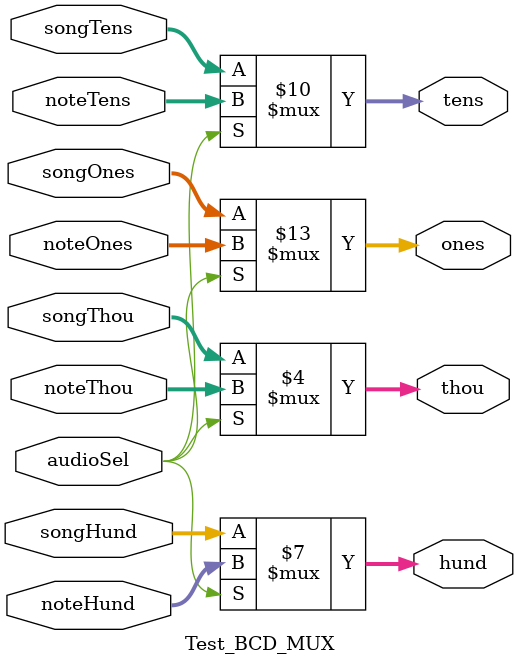
<source format=v>
`timescale 1ns / 1ps


module Test_BCD_MUX(input audioSel,
                    input [3:0] noteOnes, noteTens, noteHund, noteThou,
                    input[3:0] songOnes, songTens, songHund, songThou,
                    output reg [3:0] ones, tens, hund, thou
                    );
                    
       always@* begin
            if(!audioSel) begin
                ones <= songOnes;
                tens <= songTens;
                hund <= songHund;
                thou <= songThou;
            end
            else begin
                ones <= noteOnes;
                tens <= noteTens;
                hund <= noteHund;
                thou <= noteThou;
            end
       end
endmodule

</source>
